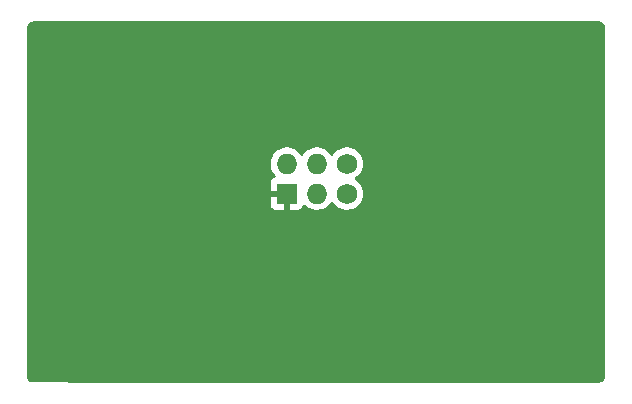
<source format=gbr>
%TF.GenerationSoftware,KiCad,Pcbnew,(6.0.4)*%
%TF.CreationDate,2022-04-09T22:58:28+02:00*%
%TF.ProjectId,cassette,63617373-6574-4746-952e-6b696361645f,rev?*%
%TF.SameCoordinates,Original*%
%TF.FileFunction,Copper,L1,Top*%
%TF.FilePolarity,Positive*%
%FSLAX46Y46*%
G04 Gerber Fmt 4.6, Leading zero omitted, Abs format (unit mm)*
G04 Created by KiCad (PCBNEW (6.0.4)) date 2022-04-09 22:58:28*
%MOMM*%
%LPD*%
G01*
G04 APERTURE LIST*
%TA.AperFunction,ComponentPad*%
%ADD10O,1.727200X1.727200*%
%TD*%
%TA.AperFunction,ComponentPad*%
%ADD11R,1.727200X1.727200*%
%TD*%
%TA.AperFunction,ComponentPad*%
%ADD12C,1.727200*%
%TD*%
%TA.AperFunction,ViaPad*%
%ADD13C,2.500000*%
%TD*%
%TA.AperFunction,ViaPad*%
%ADD14C,2.000000*%
%TD*%
G04 APERTURE END LIST*
D10*
%TO.P,X1,1,VCC*%
%TO.N,+3V3*%
X-2480000Y1250000D03*
D11*
%TO.P,X1,2,GND*%
%TO.N,GND*%
X-2480000Y-1290000D03*
D10*
%TO.P,X1,3,SDA*%
%TO.N,Net-(U1-Pad5)*%
X60000Y1250000D03*
%TO.P,X1,4,SCL*%
%TO.N,Net-(U1-Pad6)*%
X60000Y-1290000D03*
D12*
%TO.P,X1,5,GPIO1*%
%TO.N,Net-(R2-Pad1)*%
X2600000Y1250000D03*
%TO.P,X1,6,GPIO2*%
%TO.N,Net-(R1-Pad1)*%
X2600000Y-1290000D03*
%TD*%
D13*
%TO.N,GND*%
X-12000000Y-16000000D03*
D14*
X-7000000Y-15000000D03*
D13*
X12000000Y-16000000D03*
D14*
X7000000Y-15000000D03*
%TD*%
%TA.AperFunction,Conductor*%
%TO.N,GND*%
G36*
X-17979555Y13290327D02*
G01*
X17939495Y13290327D01*
X23992292Y13282873D01*
X24021475Y13279410D01*
X24096460Y13261457D01*
X24119932Y13253319D01*
X24197600Y13217465D01*
X24218614Y13205174D01*
X24287813Y13155143D01*
X24305869Y13139256D01*
X24364353Y13076925D01*
X24379092Y13057843D01*
X24424568Y12985602D01*
X24435540Y12963706D01*
X24461854Y12895286D01*
X24466383Y12883509D01*
X24472999Y12859387D01*
X24489719Y12760988D01*
X24491500Y12739881D01*
X24491500Y-13038519D01*
X24484102Y-16790981D01*
X24480638Y-16820075D01*
X24462628Y-16895287D01*
X24454491Y-16918754D01*
X24418634Y-16996431D01*
X24406346Y-17017441D01*
X24392963Y-17035952D01*
X24356316Y-17086639D01*
X24340423Y-17104700D01*
X24278099Y-17163178D01*
X24259009Y-17177924D01*
X24186764Y-17223403D01*
X24164869Y-17234373D01*
X24084686Y-17265212D01*
X24060568Y-17271828D01*
X23995675Y-17282855D01*
X23962153Y-17288551D01*
X23941046Y-17290331D01*
X-17939467Y-17290331D01*
X-23992293Y-17282873D01*
X-24021480Y-17279409D01*
X-24096457Y-17261455D01*
X-24119924Y-17253319D01*
X-24197606Y-17217459D01*
X-24218613Y-17205171D01*
X-24287814Y-17155138D01*
X-24305869Y-17139252D01*
X-24364354Y-17076920D01*
X-24379092Y-17057840D01*
X-24424574Y-16985593D01*
X-24435546Y-16963696D01*
X-24466382Y-16883519D01*
X-24473000Y-16859395D01*
X-24489720Y-16760987D01*
X-24491500Y-16739881D01*
X-24491500Y-2198269D01*
X-3851599Y-2198269D01*
X-3851229Y-2205090D01*
X-3845705Y-2255952D01*
X-3842079Y-2271204D01*
X-3796924Y-2391654D01*
X-3788386Y-2407249D01*
X-3711885Y-2509324D01*
X-3699324Y-2521885D01*
X-3597249Y-2598386D01*
X-3581654Y-2606924D01*
X-3461206Y-2652078D01*
X-3445951Y-2655705D01*
X-3395086Y-2661231D01*
X-3388272Y-2661600D01*
X-2752115Y-2661600D01*
X-2736876Y-2657125D01*
X-2735671Y-2655735D01*
X-2734000Y-2648052D01*
X-2734000Y-1562115D01*
X-2738475Y-1546876D01*
X-2739865Y-1545671D01*
X-2747548Y-1544000D01*
X-3833484Y-1544000D01*
X-3848723Y-1548475D01*
X-3849928Y-1549865D01*
X-3851599Y-1557548D01*
X-3851599Y-2198269D01*
X-24491500Y-2198269D01*
X-24491500Y1283638D01*
X-3856391Y1283638D01*
X-3856094Y1278486D01*
X-3856094Y1278482D01*
X-3850382Y1179422D01*
X-3843403Y1058386D01*
X-3842266Y1053340D01*
X-3842265Y1053334D01*
X-3821016Y959048D01*
X-3793800Y838280D01*
X-3791858Y833498D01*
X-3791857Y833494D01*
X-3755178Y743165D01*
X-3708914Y629231D01*
X-3591025Y436853D01*
X-3587645Y432951D01*
X-3519266Y354013D01*
X-3445587Y268955D01*
X-3445586Y268954D01*
X-3443298Y266313D01*
X-3443843Y265841D01*
X-3411150Y207424D01*
X-3415475Y136560D01*
X-3457427Y79283D01*
X-3489754Y61376D01*
X-3581654Y26924D01*
X-3597249Y18386D01*
X-3699324Y-58115D01*
X-3711885Y-70676D01*
X-3788386Y-172751D01*
X-3796924Y-188346D01*
X-3842078Y-308794D01*
X-3845705Y-324049D01*
X-3851231Y-374914D01*
X-3851600Y-381728D01*
X-3851600Y-1017885D01*
X-3847125Y-1033124D01*
X-3845735Y-1034329D01*
X-3838052Y-1036000D01*
X-2352000Y-1036000D01*
X-2283879Y-1056002D01*
X-2237386Y-1109658D01*
X-2226000Y-1162000D01*
X-2226000Y-2643484D01*
X-2221525Y-2658723D01*
X-2220135Y-2659928D01*
X-2212452Y-2661599D01*
X-1571731Y-2661599D01*
X-1564910Y-2661229D01*
X-1514048Y-2655705D01*
X-1498796Y-2652079D01*
X-1378346Y-2606924D01*
X-1362751Y-2598386D01*
X-1260676Y-2521885D01*
X-1248115Y-2509324D01*
X-1171614Y-2407249D01*
X-1163076Y-2391654D01*
X-1128159Y-2298515D01*
X-1085517Y-2241750D01*
X-1018955Y-2217051D01*
X-949606Y-2232259D01*
X-914940Y-2260247D01*
X-903298Y-2273687D01*
X-729701Y-2417810D01*
X-725249Y-2420412D01*
X-725244Y-2420415D01*
X-635909Y-2472618D01*
X-534897Y-2531645D01*
X-324116Y-2612134D01*
X-319048Y-2613165D01*
X-319045Y-2613166D01*
X-210596Y-2635230D01*
X-103019Y-2657117D01*
X-97844Y-2657307D01*
X-97842Y-2657307D01*
X117292Y-2665196D01*
X117296Y-2665196D01*
X122456Y-2665385D01*
X127576Y-2664729D01*
X127578Y-2664729D01*
X198020Y-2655705D01*
X346253Y-2636716D01*
X351202Y-2635231D01*
X351208Y-2635230D01*
X557413Y-2573365D01*
X557412Y-2573365D01*
X562363Y-2571880D01*
X690056Y-2509324D01*
X760331Y-2474897D01*
X760336Y-2474894D01*
X764982Y-2472618D01*
X769192Y-2469615D01*
X769197Y-2469612D01*
X944455Y-2344601D01*
X944459Y-2344597D01*
X948667Y-2341596D01*
X1108487Y-2182333D01*
X1229370Y-2014107D01*
X1285364Y-1970459D01*
X1356068Y-1964013D01*
X1419032Y-1996816D01*
X1439125Y-2021799D01*
X1486275Y-2098743D01*
X1486283Y-2098753D01*
X1488975Y-2103147D01*
X1636702Y-2273687D01*
X1810299Y-2417810D01*
X1814751Y-2420412D01*
X1814756Y-2420415D01*
X1904091Y-2472618D01*
X2005103Y-2531645D01*
X2215884Y-2612134D01*
X2220952Y-2613165D01*
X2220955Y-2613166D01*
X2329404Y-2635230D01*
X2436981Y-2657117D01*
X2442156Y-2657307D01*
X2442158Y-2657307D01*
X2657292Y-2665196D01*
X2657296Y-2665196D01*
X2662456Y-2665385D01*
X2667576Y-2664729D01*
X2667578Y-2664729D01*
X2738020Y-2655705D01*
X2886253Y-2636716D01*
X2891202Y-2635231D01*
X2891208Y-2635230D01*
X3097413Y-2573365D01*
X3097412Y-2573365D01*
X3102363Y-2571880D01*
X3230056Y-2509324D01*
X3300331Y-2474897D01*
X3300336Y-2474894D01*
X3304982Y-2472618D01*
X3309192Y-2469615D01*
X3309197Y-2469612D01*
X3484455Y-2344601D01*
X3484459Y-2344597D01*
X3488667Y-2341596D01*
X3648487Y-2182333D01*
X3780150Y-1999105D01*
X3880118Y-1796835D01*
X3945708Y-1580952D01*
X3975158Y-1357256D01*
X3976802Y-1290000D01*
X3958315Y-1065132D01*
X3903349Y-846304D01*
X3813380Y-639391D01*
X3765282Y-565043D01*
X3693634Y-454291D01*
X3693632Y-454288D01*
X3690826Y-449951D01*
X3538977Y-283071D01*
X3534926Y-279872D01*
X3534922Y-279868D01*
X3365966Y-146434D01*
X3365962Y-146432D01*
X3361911Y-143232D01*
X3338535Y-130328D01*
X3288564Y-79896D01*
X3273792Y-10453D01*
X3298908Y55953D01*
X3326259Y82559D01*
X3484455Y195399D01*
X3484459Y195403D01*
X3488667Y198404D01*
X3648487Y357667D01*
X3780150Y540895D01*
X3880118Y743165D01*
X3945708Y959048D01*
X3975158Y1182744D01*
X3976802Y1250000D01*
X3958315Y1474868D01*
X3903349Y1693696D01*
X3813380Y1900609D01*
X3765282Y1974957D01*
X3693634Y2085709D01*
X3693632Y2085712D01*
X3690826Y2090049D01*
X3538977Y2256929D01*
X3534926Y2260128D01*
X3534922Y2260132D01*
X3365966Y2393566D01*
X3365962Y2393568D01*
X3361911Y2396768D01*
X3164383Y2505809D01*
X2951698Y2581124D01*
X2901297Y2590102D01*
X2734657Y2619786D01*
X2734653Y2619786D01*
X2729569Y2620692D01*
X2657574Y2621571D01*
X2509129Y2623385D01*
X2509127Y2623385D01*
X2503959Y2623448D01*
X2280929Y2589320D01*
X2066468Y2519223D01*
X1866335Y2415040D01*
X1862202Y2411937D01*
X1862199Y2411935D01*
X1837734Y2393566D01*
X1685905Y2279570D01*
X1530024Y2116450D01*
X1527112Y2112181D01*
X1527106Y2112173D01*
X1433503Y1974957D01*
X1378592Y1929954D01*
X1308067Y1921783D01*
X1244320Y1953037D01*
X1223623Y1977521D01*
X1153634Y2085709D01*
X1153632Y2085712D01*
X1150826Y2090049D01*
X998977Y2256929D01*
X994926Y2260128D01*
X994922Y2260132D01*
X825966Y2393566D01*
X825962Y2393568D01*
X821911Y2396768D01*
X624383Y2505809D01*
X411698Y2581124D01*
X361297Y2590102D01*
X194657Y2619786D01*
X194653Y2619786D01*
X189569Y2620692D01*
X117574Y2621571D01*
X-30871Y2623385D01*
X-30873Y2623385D01*
X-36041Y2623448D01*
X-259071Y2589320D01*
X-473532Y2519223D01*
X-673665Y2415040D01*
X-677798Y2411937D01*
X-677801Y2411935D01*
X-702266Y2393566D01*
X-854095Y2279570D01*
X-1009976Y2116450D01*
X-1012888Y2112181D01*
X-1012894Y2112173D01*
X-1106497Y1974957D01*
X-1161408Y1929954D01*
X-1231933Y1921783D01*
X-1295680Y1953037D01*
X-1316377Y1977521D01*
X-1386366Y2085709D01*
X-1386368Y2085712D01*
X-1389174Y2090049D01*
X-1541023Y2256929D01*
X-1545074Y2260128D01*
X-1545078Y2260132D01*
X-1714034Y2393566D01*
X-1714038Y2393568D01*
X-1718089Y2396768D01*
X-1915617Y2505809D01*
X-2128302Y2581124D01*
X-2178703Y2590102D01*
X-2345343Y2619786D01*
X-2345347Y2619786D01*
X-2350431Y2620692D01*
X-2422426Y2621571D01*
X-2570871Y2623385D01*
X-2570873Y2623385D01*
X-2576041Y2623448D01*
X-2799071Y2589320D01*
X-3013532Y2519223D01*
X-3213665Y2415040D01*
X-3217798Y2411937D01*
X-3217801Y2411935D01*
X-3242266Y2393566D01*
X-3394095Y2279570D01*
X-3549976Y2116450D01*
X-3677122Y1930060D01*
X-3679296Y1925376D01*
X-3679298Y1925373D01*
X-3750598Y1771769D01*
X-3772119Y1725407D01*
X-3832415Y1507987D01*
X-3856391Y1283638D01*
X-24491500Y1283638D01*
X-24491500Y9038519D01*
X-24484102Y12790987D01*
X-24480638Y12820080D01*
X-24462630Y12895286D01*
X-24454493Y12918755D01*
X-24445800Y12937587D01*
X-24418633Y12996434D01*
X-24406347Y13017439D01*
X-24356316Y13086639D01*
X-24340423Y13104701D01*
X-24278098Y13163180D01*
X-24259010Y13177925D01*
X-24186776Y13223399D01*
X-24164876Y13234372D01*
X-24084688Y13265210D01*
X-24060567Y13271827D01*
X-23985365Y13284604D01*
X-23962154Y13288548D01*
X-23941049Y13290328D01*
X-17979555Y13290327D01*
G37*
%TD.AperFunction*%
%TD*%
M02*

</source>
